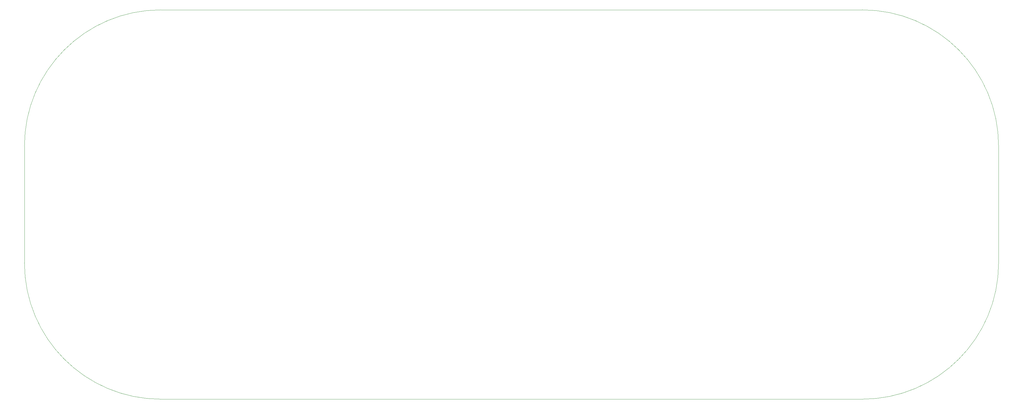
<source format=gm1>
%TF.GenerationSoftware,KiCad,Pcbnew,8.0.8*%
%TF.CreationDate,2025-07-12T18:43:26-05:00*%
%TF.ProjectId,nanosplit,6e616e6f-7370-46c6-9974-2e6b69636164,rev?*%
%TF.SameCoordinates,Original*%
%TF.FileFunction,Profile,NP*%
%FSLAX46Y46*%
G04 Gerber Fmt 4.6, Leading zero omitted, Abs format (unit mm)*
G04 Created by KiCad (PCBNEW 8.0.8) date 2025-07-12 18:43:26*
%MOMM*%
%LPD*%
G01*
G04 APERTURE LIST*
%TA.AperFunction,Profile*%
%ADD10C,0.050000*%
%TD*%
G04 APERTURE END LIST*
D10*
X365000000Y-155000000D02*
X365000000Y-119000000D01*
X107000000Y-197000000D02*
X323000000Y-197000000D01*
X65000000Y-119000000D02*
X65000000Y-155000000D01*
X323000000Y-77000000D02*
G75*
G02*
X365000000Y-119000000I0J-42000000D01*
G01*
X65000000Y-119000000D02*
G75*
G02*
X107000000Y-77000000I42000000J0D01*
G01*
X323000000Y-77000000D02*
X107000000Y-77000000D01*
X365000000Y-155000000D02*
G75*
G02*
X323000000Y-197000000I-42000000J0D01*
G01*
X107000000Y-197000000D02*
G75*
G02*
X65000000Y-155000000I0J42000000D01*
G01*
M02*

</source>
